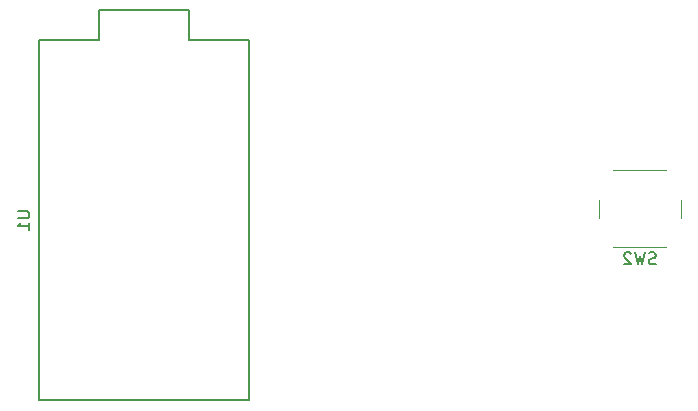
<source format=gbo>
%TF.GenerationSoftware,KiCad,Pcbnew,(5.1.6)-1*%
%TF.CreationDate,2020-08-03T19:17:52-07:00*%
%TF.ProjectId,music controller,6d757369-6320-4636-9f6e-74726f6c6c65,rev?*%
%TF.SameCoordinates,Original*%
%TF.FileFunction,Legend,Bot*%
%TF.FilePolarity,Positive*%
%FSLAX46Y46*%
G04 Gerber Fmt 4.6, Leading zero omitted, Abs format (unit mm)*
G04 Created by KiCad (PCBNEW (5.1.6)-1) date 2020-08-03 19:17:52*
%MOMM*%
%LPD*%
G01*
G04 APERTURE LIST*
%ADD10C,0.150000*%
%ADD11C,0.120000*%
G04 APERTURE END LIST*
D10*
%TO.C,U1*%
X103505000Y-66040000D02*
X103505000Y-96520000D01*
X103505000Y-66040000D02*
X98425000Y-66040000D01*
X98425000Y-66040000D02*
X98425000Y-63500000D01*
X98425000Y-63500000D02*
X90805000Y-63500000D01*
X90805000Y-63500000D02*
X90805000Y-66040000D01*
X90805000Y-66040000D02*
X85725000Y-66040000D01*
X85725000Y-66040000D02*
X85725000Y-96520000D01*
X85725000Y-96520000D02*
X103505000Y-96520000D01*
D11*
%TO.C,SW2*%
X134350000Y-77050000D02*
X138850000Y-77050000D01*
X133100000Y-81050000D02*
X133100000Y-79550000D01*
X138850000Y-83550000D02*
X134350000Y-83550000D01*
X140100000Y-79550000D02*
X140100000Y-81050000D01*
%TO.C,U1*%
D10*
X83907380Y-80518095D02*
X84716904Y-80518095D01*
X84812142Y-80565714D01*
X84859761Y-80613333D01*
X84907380Y-80708571D01*
X84907380Y-80899047D01*
X84859761Y-80994285D01*
X84812142Y-81041904D01*
X84716904Y-81089523D01*
X83907380Y-81089523D01*
X84907380Y-82089523D02*
X84907380Y-81518095D01*
X84907380Y-81803809D02*
X83907380Y-81803809D01*
X84050238Y-81708571D01*
X84145476Y-81613333D01*
X84193095Y-81518095D01*
%TO.C,SW2*%
X137933333Y-84954761D02*
X137790476Y-85002380D01*
X137552380Y-85002380D01*
X137457142Y-84954761D01*
X137409523Y-84907142D01*
X137361904Y-84811904D01*
X137361904Y-84716666D01*
X137409523Y-84621428D01*
X137457142Y-84573809D01*
X137552380Y-84526190D01*
X137742857Y-84478571D01*
X137838095Y-84430952D01*
X137885714Y-84383333D01*
X137933333Y-84288095D01*
X137933333Y-84192857D01*
X137885714Y-84097619D01*
X137838095Y-84050000D01*
X137742857Y-84002380D01*
X137504761Y-84002380D01*
X137361904Y-84050000D01*
X137028571Y-84002380D02*
X136790476Y-85002380D01*
X136600000Y-84288095D01*
X136409523Y-85002380D01*
X136171428Y-84002380D01*
X135838095Y-84097619D02*
X135790476Y-84050000D01*
X135695238Y-84002380D01*
X135457142Y-84002380D01*
X135361904Y-84050000D01*
X135314285Y-84097619D01*
X135266666Y-84192857D01*
X135266666Y-84288095D01*
X135314285Y-84430952D01*
X135885714Y-85002380D01*
X135266666Y-85002380D01*
%TD*%
M02*

</source>
